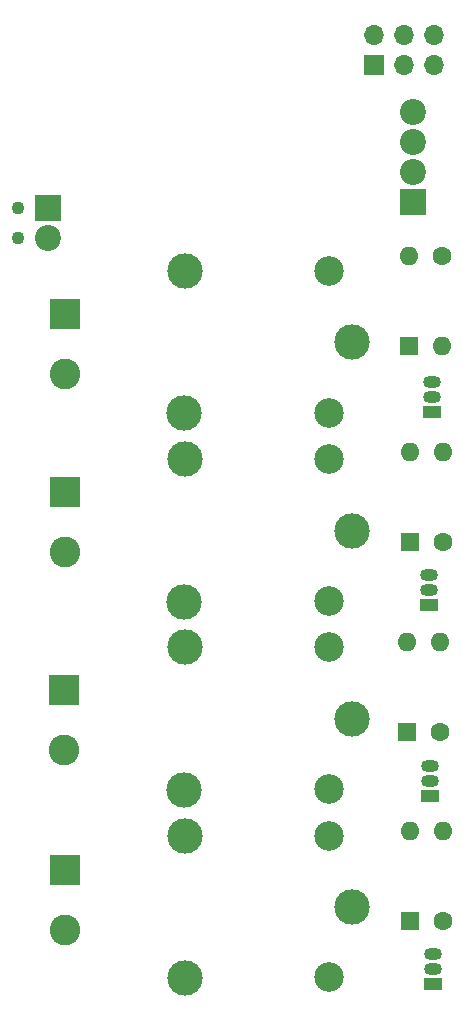
<source format=gbr>
%TF.GenerationSoftware,KiCad,Pcbnew,8.0.7*%
%TF.CreationDate,2025-05-26T13:39:26+05:30*%
%TF.ProjectId,smart_board,736d6172-745f-4626-9f61-72642e6b6963,rev?*%
%TF.SameCoordinates,Original*%
%TF.FileFunction,Soldermask,Bot*%
%TF.FilePolarity,Negative*%
%FSLAX46Y46*%
G04 Gerber Fmt 4.6, Leading zero omitted, Abs format (unit mm)*
G04 Created by KiCad (PCBNEW 8.0.7) date 2025-05-26 13:39:26*
%MOMM*%
%LPD*%
G01*
G04 APERTURE LIST*
%ADD10R,1.500000X1.050000*%
%ADD11O,1.500000X1.050000*%
%ADD12C,1.600000*%
%ADD13O,1.600000X1.600000*%
%ADD14C,2.500000*%
%ADD15C,3.000000*%
%ADD16R,2.600000X2.600000*%
%ADD17C,2.600000*%
%ADD18R,1.600000X1.600000*%
%ADD19R,2.200000X2.200000*%
%ADD20C,2.200000*%
%ADD21R,1.700000X1.700000*%
%ADD22O,1.700000X1.700000*%
%ADD23C,1.100000*%
G04 APERTURE END LIST*
D10*
%TO.C,T4*%
X100600000Y-139400000D03*
D11*
X100600000Y-138130000D03*
X100600000Y-136860000D03*
%TD*%
D10*
%TO.C,T3*%
X100360000Y-123470000D03*
D11*
X100360000Y-122200000D03*
X100360000Y-120930000D03*
%TD*%
D10*
%TO.C,T2*%
X100200000Y-107240000D03*
D11*
X100200000Y-105970000D03*
X100200000Y-104700000D03*
%TD*%
D12*
%TO.C,R4*%
X101400000Y-134010000D03*
D13*
X101400000Y-126390000D03*
%TD*%
D12*
%TO.C,R3*%
X101200000Y-118020000D03*
D13*
X101200000Y-110400000D03*
%TD*%
D12*
%TO.C,R2*%
X101400000Y-101900000D03*
D13*
X101400000Y-94280000D03*
%TD*%
D14*
%TO.C,K4*%
X91800000Y-138800000D03*
D15*
X79550000Y-138850000D03*
X79600000Y-126800000D03*
D14*
X91800000Y-126800000D03*
D15*
X93750000Y-132850000D03*
%TD*%
%TO.C,K3*%
X93700000Y-116900000D03*
D14*
X91750000Y-110850000D03*
D15*
X79550000Y-110850000D03*
X79500000Y-122900000D03*
D14*
X91750000Y-122850000D03*
%TD*%
D15*
%TO.C,K2*%
X93700000Y-101000000D03*
D14*
X91750000Y-94950000D03*
D15*
X79550000Y-94950000D03*
X79500000Y-107000000D03*
D14*
X91750000Y-106950000D03*
%TD*%
D16*
%TO.C,J7*%
X69400000Y-129700000D03*
D17*
X69400000Y-134780000D03*
%TD*%
D16*
%TO.C,J6*%
X69295000Y-114455000D03*
D17*
X69295000Y-119535000D03*
%TD*%
D16*
%TO.C,J5*%
X69400000Y-97720000D03*
D17*
X69400000Y-102800000D03*
%TD*%
D18*
%TO.C,D4*%
X98600000Y-134020000D03*
D13*
X98600000Y-126400000D03*
%TD*%
D18*
%TO.C,D3*%
X98400000Y-118020000D03*
D13*
X98400000Y-110400000D03*
%TD*%
D18*
%TO.C,D1*%
X98600000Y-101900000D03*
D13*
X98600000Y-94280000D03*
%TD*%
D19*
%TO.C,J2*%
X98850000Y-73150000D03*
D20*
X98850000Y-70610000D03*
X98850000Y-68070000D03*
X98850000Y-65530000D03*
%TD*%
D15*
%TO.C,K1*%
X93700000Y-85025000D03*
D14*
X91750000Y-78975000D03*
D15*
X79550000Y-78975000D03*
X79500000Y-91025000D03*
D14*
X91750000Y-90975000D03*
%TD*%
D12*
%TO.C,R1*%
X101360000Y-77720000D03*
D13*
X101360000Y-85340000D03*
%TD*%
D18*
%TO.C,D2*%
X98560000Y-85315000D03*
D13*
X98560000Y-77695000D03*
%TD*%
D10*
%TO.C,T1*%
X100475000Y-90925000D03*
D11*
X100475000Y-89655000D03*
X100475000Y-88385000D03*
%TD*%
D16*
%TO.C,J3*%
X69395000Y-82630000D03*
D17*
X69395000Y-87710000D03*
%TD*%
D21*
%TO.C,J4*%
X95545000Y-61515000D03*
D22*
X95545000Y-58975000D03*
X98085000Y-61515000D03*
X98085000Y-58975000D03*
X100625000Y-61515000D03*
X100625000Y-58975000D03*
%TD*%
D23*
%TO.C,J1*%
X65400000Y-73660000D03*
X65400000Y-76200000D03*
D19*
X67940000Y-73660000D03*
D20*
X67940000Y-76200000D03*
%TD*%
M02*

</source>
